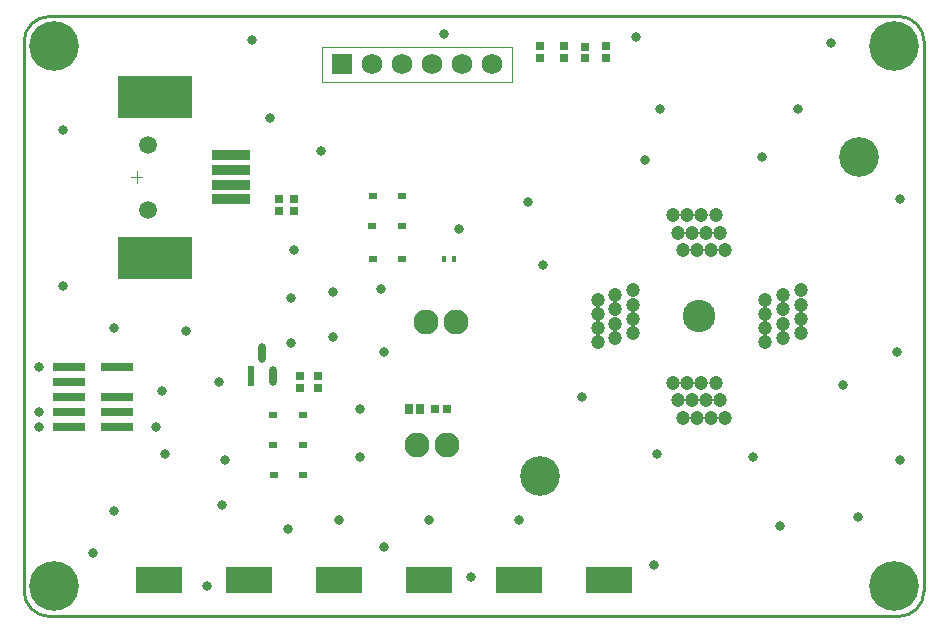
<source format=gts>
G04*
G04 #@! TF.GenerationSoftware,Altium Limited,Altium Designer,21.3.2 (30)*
G04*
G04 Layer_Color=8388736*
%FSLAX44Y44*%
%MOMM*%
G71*
G04*
G04 #@! TF.SameCoordinates,7BEB40AD-1A81-495B-ADFE-364E7EA3D76F*
G04*
G04*
G04 #@! TF.FilePolarity,Negative*
G04*
G01*
G75*
%ADD10C,0.2540*%
%ADD15C,0.0500*%
%ADD19R,0.3100X0.5500*%
G04:AMPARAMS|DCode=20|XSize=1.6587mm|YSize=0.6268mm|CornerRadius=0.3134mm|HoleSize=0mm|Usage=FLASHONLY|Rotation=90.000|XOffset=0mm|YOffset=0mm|HoleType=Round|Shape=RoundedRectangle|*
%AMROUNDEDRECTD20*
21,1,1.6587,0.0000,0,0,90.0*
21,1,1.0319,0.6268,0,0,90.0*
1,1,0.6268,0.0000,0.5159*
1,1,0.6268,0.0000,-0.5159*
1,1,0.6268,0.0000,-0.5159*
1,1,0.6268,0.0000,0.5159*
%
%ADD20ROUNDEDRECTD20*%
%ADD21R,0.6268X1.6587*%
%ADD22R,0.8000X0.6000*%
%ADD26R,2.7900X0.7400*%
%ADD27R,0.8032X0.8032*%
%ADD28R,0.7032X0.9032*%
%ADD29R,0.7032X0.8032*%
%ADD30R,3.8532X2.2532*%
%ADD31R,3.2032X0.9032*%
%ADD32R,6.2432X3.6032*%
%ADD33C,2.7531*%
%ADD34C,3.3533*%
%ADD35C,1.2032*%
%ADD36R,1.7532X1.7532*%
%ADD37C,1.7532*%
%ADD38C,1.5032*%
%ADD39C,2.1082*%
%ADD40C,4.2032*%
%ADD41C,0.8382*%
D10*
X275499Y762000D02*
G03*
X254000Y740501I0J-21499D01*
G01*
Y275499D02*
G03*
X275499Y254000I21499J0D01*
G01*
X1016000Y740501D02*
G03*
X994501Y762000I-21499J0D01*
G01*
Y254000D02*
G03*
X1016000Y275499I0J21499D01*
G01*
X275499Y762000D02*
X994501D01*
X275499Y254000D02*
X994501D01*
X254000Y275499D02*
Y740501D01*
X1016000Y275499D02*
Y740501D01*
D15*
X667090Y706410D02*
Y736310D01*
X506390Y706410D02*
X667090D01*
X506390D02*
Y736310D01*
X667090D01*
X344260Y625810D02*
X354260D01*
X349260Y620810D02*
Y630810D01*
D19*
X618000Y556260D02*
D03*
X609600D02*
D03*
D20*
X455670Y476734D02*
D03*
X464820Y457200D02*
D03*
D21*
X446520D02*
D03*
D22*
X549040Y609600D02*
D03*
X574040D02*
D03*
X464820Y398780D02*
D03*
X489820D02*
D03*
X465220Y373380D02*
D03*
X490220D02*
D03*
X549040Y556260D02*
D03*
X574040D02*
D03*
X548640Y584200D02*
D03*
X573640D02*
D03*
X464820Y424180D02*
D03*
X489820D02*
D03*
D26*
X332800Y414020D02*
D03*
Y426720D02*
D03*
Y439420D02*
D03*
Y464820D02*
D03*
X292100Y414020D02*
D03*
Y426720D02*
D03*
Y439420D02*
D03*
Y452120D02*
D03*
Y464820D02*
D03*
D27*
X746760Y736600D02*
D03*
Y726600D02*
D03*
X728980Y736520D02*
D03*
Y726520D02*
D03*
X690880Y736600D02*
D03*
Y726600D02*
D03*
X711200D02*
D03*
Y736600D02*
D03*
X502920Y447200D02*
D03*
Y457200D02*
D03*
X487680Y447200D02*
D03*
Y457200D02*
D03*
X482600Y597060D02*
D03*
Y607060D02*
D03*
X469900D02*
D03*
Y597060D02*
D03*
D28*
X589110Y429260D02*
D03*
X579610D02*
D03*
D29*
X612140D02*
D03*
X602140D02*
D03*
D30*
X596900Y284480D02*
D03*
X444500D02*
D03*
X520700D02*
D03*
X673100D02*
D03*
X749300D02*
D03*
X368300D02*
D03*
D31*
X429260Y632060D02*
D03*
Y619560D02*
D03*
Y644560D02*
D03*
Y607060D02*
D03*
D32*
X365260Y557810D02*
D03*
Y693810D02*
D03*
D33*
X825500Y508000D02*
D03*
D34*
X960501Y642999D02*
D03*
X690501Y372999D02*
D03*
D35*
X803501Y593999D02*
D03*
X807502Y578998D02*
D03*
X811499Y563999D02*
D03*
X815500Y593999D02*
D03*
X819501Y578998D02*
D03*
X823501Y563999D02*
D03*
X827502Y593999D02*
D03*
X831499Y578998D02*
D03*
X835500Y563999D02*
D03*
X839501Y593999D02*
D03*
X843501Y578998D02*
D03*
X847502Y563999D02*
D03*
X911502Y529999D02*
D03*
X896501Y525998D02*
D03*
X881499Y521998D02*
D03*
X911502Y518000D02*
D03*
X896501Y513999D02*
D03*
X881499Y509999D02*
D03*
X911502Y505998D02*
D03*
X896501Y501998D02*
D03*
X881499Y498000D02*
D03*
X911502Y493999D02*
D03*
X896501Y489999D02*
D03*
X881499Y485998D02*
D03*
X847502Y421998D02*
D03*
X843501Y436999D02*
D03*
X839501Y451998D02*
D03*
X835500Y421998D02*
D03*
X831499Y436999D02*
D03*
X827502Y451998D02*
D03*
X823501Y421998D02*
D03*
X819501Y436999D02*
D03*
X815500Y451998D02*
D03*
X811499Y421998D02*
D03*
X807502Y436999D02*
D03*
X803501Y451998D02*
D03*
X739501Y485998D02*
D03*
X754499Y489999D02*
D03*
X769501Y493999D02*
D03*
X739501Y498000D02*
D03*
X754499Y501998D02*
D03*
X769501Y505998D02*
D03*
X739501Y509999D02*
D03*
X754499Y513999D02*
D03*
X769501Y518000D02*
D03*
X739501Y521998D02*
D03*
X754499Y525998D02*
D03*
X769501Y529999D02*
D03*
D36*
X523240Y721360D02*
D03*
D37*
X548640D02*
D03*
X574040D02*
D03*
X599440D02*
D03*
X624840D02*
D03*
X650240D02*
D03*
D38*
X359260Y653310D02*
D03*
Y598310D02*
D03*
D39*
X594360Y502920D02*
D03*
X619760D02*
D03*
X612140Y398780D02*
D03*
X586740D02*
D03*
D40*
X279400Y279400D02*
D03*
Y736600D02*
D03*
X990600D02*
D03*
Y279400D02*
D03*
D41*
X772160Y744220D02*
D03*
X937260Y739140D02*
D03*
X909320Y683260D02*
D03*
X792480D02*
D03*
X408940Y279400D02*
D03*
X312420Y307340D02*
D03*
X287020Y665480D02*
D03*
X462280Y675640D02*
D03*
X330200Y497840D02*
D03*
X287020Y533400D02*
D03*
X330200Y342900D02*
D03*
X373380Y391160D02*
D03*
X370840Y444500D02*
D03*
X391160Y495300D02*
D03*
X480060Y523240D02*
D03*
Y485140D02*
D03*
X419100Y452120D02*
D03*
X424180Y386080D02*
D03*
X421640Y347980D02*
D03*
X538480Y388620D02*
D03*
X477520Y327660D02*
D03*
X558800Y312420D02*
D03*
X632460Y287020D02*
D03*
X787400Y297180D02*
D03*
X894080Y330200D02*
D03*
X960120Y337820D02*
D03*
X995680Y386080D02*
D03*
X993140Y477520D02*
D03*
X995680Y607060D02*
D03*
X947420Y449580D02*
D03*
X871220Y388620D02*
D03*
X789940Y391160D02*
D03*
X726440Y439420D02*
D03*
X693420Y551180D02*
D03*
X680720Y604520D02*
D03*
X609600Y746760D02*
D03*
X447040Y741680D02*
D03*
X505460Y647700D02*
D03*
X482600Y563880D02*
D03*
X622300Y581660D02*
D03*
X556260Y530860D02*
D03*
X558800Y477520D02*
D03*
X538480Y429260D02*
D03*
X779780Y640080D02*
D03*
X878840Y642620D02*
D03*
X266700Y426720D02*
D03*
X520700Y335280D02*
D03*
X596900D02*
D03*
X673100D02*
D03*
X515620Y528320D02*
D03*
X266700Y464820D02*
D03*
Y414020D02*
D03*
X515620Y490220D02*
D03*
X365760Y414020D02*
D03*
M02*

</source>
